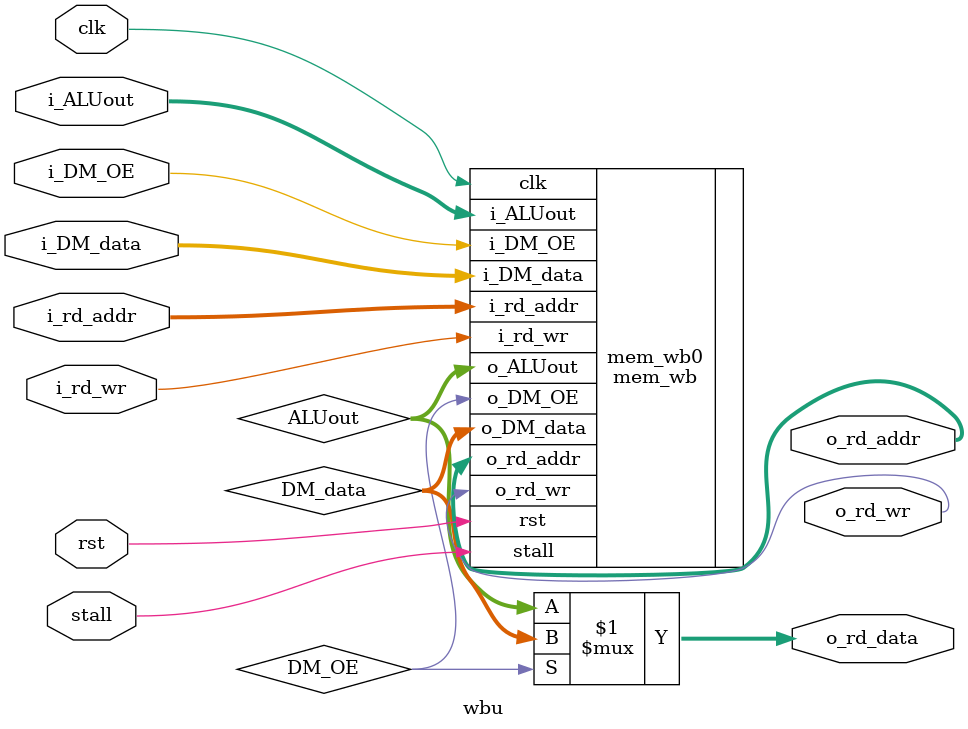
<source format=sv>
`include "./mem_wb.sv"
module wbu(
    input                   clk,
    input                   rst,

    input           [ 4:0]  i_rd_addr,
    input           [31:0]  i_ALUout,
    input                   i_rd_wr,
    input                   i_DM_OE,

    input           [31:0]  i_DM_data,

    output  logic   [ 4:0]  o_rd_addr,
    output  logic   [31:0]  o_rd_data,
    output  logic           o_rd_wr,

    input                   stall
);
    logic [31:0] ALUout;
    logic [31:0] DM_data;
    logic DM_OE;
    mem_wb mem_wb0(
        .clk        (clk        ),
        .rst        (rst        ),
        
        .i_rd_addr  (i_rd_addr  ),
        .i_ALUout   (i_ALUout   ),
        .i_rd_wr    (i_rd_wr    ),
        .i_DM_data  (i_DM_data  ),
        .i_DM_OE    (i_DM_OE    ),

        .o_rd_addr  (o_rd_addr  ),
        .o_ALUout   (ALUout     ),
        .o_rd_wr    (o_rd_wr    ),
        .o_DM_data  (DM_data    ),
        .o_DM_OE    (DM_OE      ),
        .stall      (stall      )
    );
    assign o_rd_data = DM_OE ? DM_data : ALUout;


endmodule
</source>
